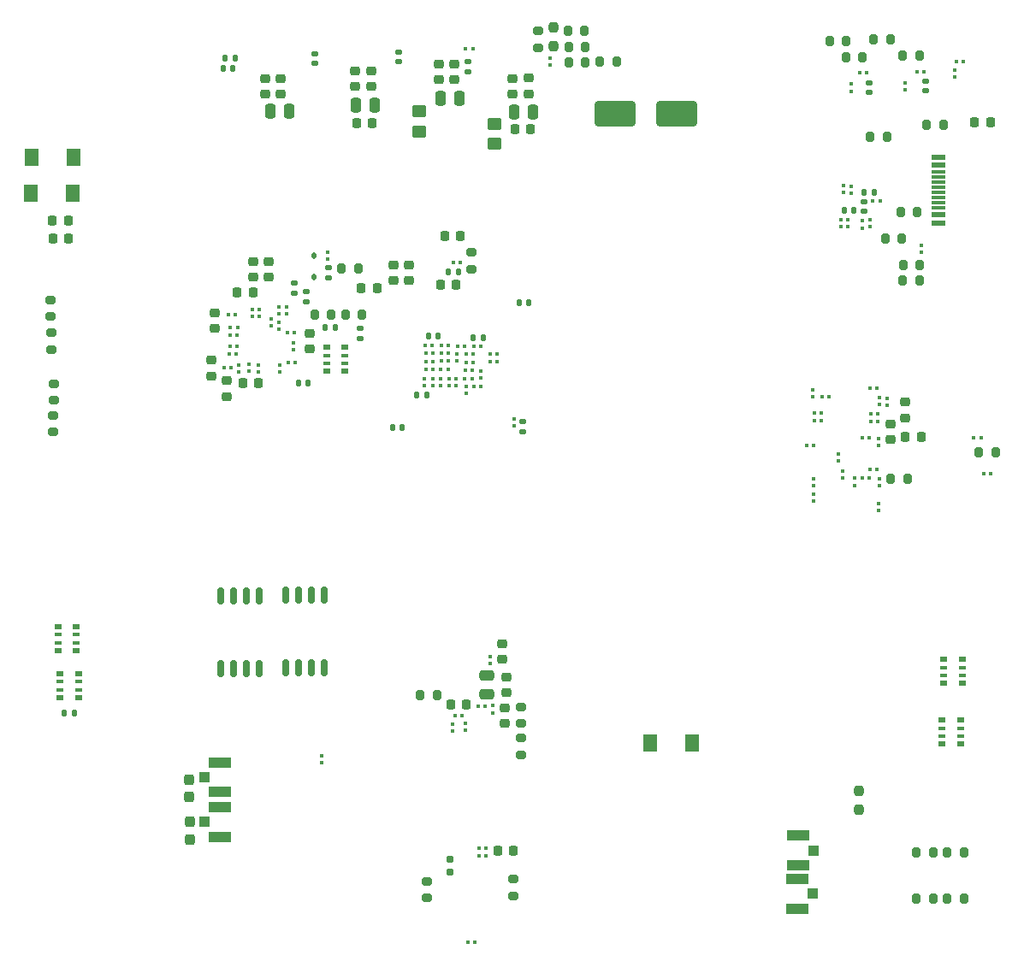
<source format=gbr>
G04 #@! TF.GenerationSoftware,KiCad,Pcbnew,9.0.3-9.0.3-0~ubuntu24.04.1*
G04 #@! TF.CreationDate,2025-07-25T17:12:14+02:00*
G04 #@! TF.ProjectId,acoustic-carrier-board,61636f75-7374-4696-932d-636172726965,rev?*
G04 #@! TF.SameCoordinates,Original*
G04 #@! TF.FileFunction,Paste,Bot*
G04 #@! TF.FilePolarity,Positive*
%FSLAX46Y46*%
G04 Gerber Fmt 4.6, Leading zero omitted, Abs format (unit mm)*
G04 Created by KiCad (PCBNEW 9.0.3-9.0.3-0~ubuntu24.04.1) date 2025-07-25 17:12:14*
%MOMM*%
%LPD*%
G01*
G04 APERTURE LIST*
G04 Aperture macros list*
%AMRoundRect*
0 Rectangle with rounded corners*
0 $1 Rounding radius*
0 $2 $3 $4 $5 $6 $7 $8 $9 X,Y pos of 4 corners*
0 Add a 4 corners polygon primitive as box body*
4,1,4,$2,$3,$4,$5,$6,$7,$8,$9,$2,$3,0*
0 Add four circle primitives for the rounded corners*
1,1,$1+$1,$2,$3*
1,1,$1+$1,$4,$5*
1,1,$1+$1,$6,$7*
1,1,$1+$1,$8,$9*
0 Add four rect primitives between the rounded corners*
20,1,$1+$1,$2,$3,$4,$5,0*
20,1,$1+$1,$4,$5,$6,$7,0*
20,1,$1+$1,$6,$7,$8,$9,0*
20,1,$1+$1,$8,$9,$2,$3,0*%
G04 Aperture macros list end*
%ADD10R,1.350000X1.800000*%
%ADD11RoundRect,0.079500X-0.100500X0.079500X-0.100500X-0.079500X0.100500X-0.079500X0.100500X0.079500X0*%
%ADD12RoundRect,0.250000X-0.250000X-0.475000X0.250000X-0.475000X0.250000X0.475000X-0.250000X0.475000X0*%
%ADD13RoundRect,0.225000X0.250000X-0.225000X0.250000X0.225000X-0.250000X0.225000X-0.250000X-0.225000X0*%
%ADD14RoundRect,0.079500X0.079500X0.100500X-0.079500X0.100500X-0.079500X-0.100500X0.079500X-0.100500X0*%
%ADD15RoundRect,0.200000X-0.275000X0.200000X-0.275000X-0.200000X0.275000X-0.200000X0.275000X0.200000X0*%
%ADD16RoundRect,0.079500X-0.079500X-0.100500X0.079500X-0.100500X0.079500X0.100500X-0.079500X0.100500X0*%
%ADD17RoundRect,0.225000X-0.225000X-0.250000X0.225000X-0.250000X0.225000X0.250000X-0.225000X0.250000X0*%
%ADD18RoundRect,0.218750X0.256250X-0.218750X0.256250X0.218750X-0.256250X0.218750X-0.256250X-0.218750X0*%
%ADD19RoundRect,0.218750X-0.218750X-0.256250X0.218750X-0.256250X0.218750X0.256250X-0.218750X0.256250X0*%
%ADD20RoundRect,0.237500X0.237500X-0.250000X0.237500X0.250000X-0.237500X0.250000X-0.237500X-0.250000X0*%
%ADD21RoundRect,0.079500X0.100500X-0.079500X0.100500X0.079500X-0.100500X0.079500X-0.100500X-0.079500X0*%
%ADD22RoundRect,0.200000X0.200000X0.275000X-0.200000X0.275000X-0.200000X-0.275000X0.200000X-0.275000X0*%
%ADD23RoundRect,0.218750X-0.256250X0.218750X-0.256250X-0.218750X0.256250X-0.218750X0.256250X0.218750X0*%
%ADD24R,1.450000X0.600000*%
%ADD25R,1.450000X0.300000*%
%ADD26RoundRect,0.140000X0.170000X-0.140000X0.170000X0.140000X-0.170000X0.140000X-0.170000X-0.140000X0*%
%ADD27RoundRect,0.225000X-0.250000X0.225000X-0.250000X-0.225000X0.250000X-0.225000X0.250000X0.225000X0*%
%ADD28RoundRect,0.200000X-0.200000X-0.275000X0.200000X-0.275000X0.200000X0.275000X-0.200000X0.275000X0*%
%ADD29RoundRect,0.135000X0.185000X-0.135000X0.185000X0.135000X-0.185000X0.135000X-0.185000X-0.135000X0*%
%ADD30RoundRect,0.237500X0.237500X-0.300000X0.237500X0.300000X-0.237500X0.300000X-0.237500X-0.300000X0*%
%ADD31R,0.800000X0.500000*%
%ADD32R,0.800000X0.400000*%
%ADD33RoundRect,0.135000X-0.135000X-0.185000X0.135000X-0.185000X0.135000X0.185000X-0.135000X0.185000X0*%
%ADD34RoundRect,0.112500X0.112500X-0.187500X0.112500X0.187500X-0.112500X0.187500X-0.112500X-0.187500X0*%
%ADD35RoundRect,0.160000X0.160000X-0.197500X0.160000X0.197500X-0.160000X0.197500X-0.160000X-0.197500X0*%
%ADD36RoundRect,0.200000X0.275000X-0.200000X0.275000X0.200000X-0.275000X0.200000X-0.275000X-0.200000X0*%
%ADD37RoundRect,0.140000X-0.170000X0.140000X-0.170000X-0.140000X0.170000X-0.140000X0.170000X0.140000X0*%
%ADD38RoundRect,0.225000X0.225000X0.250000X-0.225000X0.250000X-0.225000X-0.250000X0.225000X-0.250000X0*%
%ADD39RoundRect,0.250000X-1.750000X-1.000000X1.750000X-1.000000X1.750000X1.000000X-1.750000X1.000000X0*%
%ADD40RoundRect,0.140000X-0.140000X-0.170000X0.140000X-0.170000X0.140000X0.170000X-0.140000X0.170000X0*%
%ADD41RoundRect,0.140000X0.140000X0.170000X-0.140000X0.170000X-0.140000X-0.170000X0.140000X-0.170000X0*%
%ADD42RoundRect,0.250000X-0.450000X0.350000X-0.450000X-0.350000X0.450000X-0.350000X0.450000X0.350000X0*%
%ADD43RoundRect,0.162500X-0.162500X0.650000X-0.162500X-0.650000X0.162500X-0.650000X0.162500X0.650000X0*%
%ADD44R,1.050000X1.000000*%
%ADD45R,2.200000X1.050000*%
%ADD46RoundRect,0.250000X0.475000X-0.250000X0.475000X0.250000X-0.475000X0.250000X-0.475000X-0.250000X0*%
%ADD47RoundRect,0.135000X0.135000X0.185000X-0.135000X0.185000X-0.135000X-0.185000X0.135000X-0.185000X0*%
%ADD48RoundRect,0.135000X-0.185000X0.135000X-0.185000X-0.135000X0.185000X-0.135000X0.185000X0.135000X0*%
G04 APERTURE END LIST*
D10*
X108445000Y-125180000D03*
X112595000Y-125180000D03*
D11*
X70960000Y-83125000D03*
X70960000Y-83815000D03*
D12*
X70805000Y-62595000D03*
X72705000Y-62595000D03*
D13*
X79255000Y-60140000D03*
X79255000Y-58590000D03*
D14*
X86945000Y-86570000D03*
X86255000Y-86570000D03*
D10*
X51325000Y-70720000D03*
X47175000Y-70720000D03*
D15*
X49370000Y-92675000D03*
X49370000Y-94325000D03*
D16*
X87745000Y-86560000D03*
X88435000Y-86560000D03*
D17*
X93367500Y-135780000D03*
X94917500Y-135780000D03*
D11*
X72460000Y-81985000D03*
X72460000Y-82675000D03*
D13*
X96400000Y-60855000D03*
X96400000Y-59305000D03*
D14*
X130137250Y-98907750D03*
X129447250Y-98907750D03*
D16*
X87725000Y-88180000D03*
X88415000Y-88180000D03*
D14*
X130982250Y-92507750D03*
X130292250Y-92507750D03*
D18*
X69140000Y-79037500D03*
X69140000Y-77462500D03*
D19*
X140542500Y-63680000D03*
X142117500Y-63680000D03*
D20*
X129060000Y-131712500D03*
X129060000Y-129887500D03*
D16*
X87735000Y-85770000D03*
X88425000Y-85770000D03*
D14*
X73235000Y-84470000D03*
X72545000Y-84470000D03*
D11*
X88860000Y-123235000D03*
X88860000Y-123925000D03*
X128290000Y-70005000D03*
X128290000Y-70695000D03*
D14*
X89635000Y-77520000D03*
X88945000Y-77520000D03*
D21*
X128292500Y-60582500D03*
X128292500Y-59892500D03*
D11*
X71710000Y-83455000D03*
X71710000Y-84145000D03*
D22*
X135085000Y-79370000D03*
X133435000Y-79370000D03*
D21*
X135260000Y-76535000D03*
X135260000Y-75845000D03*
D23*
X94185000Y-118582500D03*
X94185000Y-120157500D03*
D24*
X136985000Y-67120000D03*
X136985000Y-67920000D03*
D25*
X136985000Y-69120000D03*
X136985000Y-70120000D03*
X136985000Y-70620000D03*
X136985000Y-71620000D03*
D24*
X136985000Y-72820000D03*
X136985000Y-73620000D03*
X136985000Y-73620000D03*
X136985000Y-72820000D03*
D25*
X136985000Y-72120000D03*
X136985000Y-71120000D03*
X136985000Y-69620000D03*
X136985000Y-68620000D03*
D24*
X136985000Y-67920000D03*
X136985000Y-67120000D03*
D26*
X135680000Y-60580000D03*
X135680000Y-59620000D03*
D27*
X132192250Y-93532750D03*
X132192250Y-95082750D03*
D14*
X93295000Y-86610000D03*
X92605000Y-86610000D03*
D17*
X88710000Y-121370000D03*
X90260000Y-121370000D03*
D21*
X68742500Y-88330000D03*
X68742500Y-87640000D03*
X131092250Y-99632750D03*
X131092250Y-98942750D03*
D14*
X125377250Y-92497750D03*
X124687250Y-92497750D03*
D21*
X71810000Y-88425000D03*
X71810000Y-87735000D03*
X131092250Y-91642750D03*
X131092250Y-90952750D03*
D27*
X70660000Y-77465000D03*
X70660000Y-79015000D03*
D28*
X100365002Y-56179999D03*
X102015002Y-56179999D03*
D29*
X79730000Y-85130000D03*
X79730000Y-84110000D03*
D15*
X95660000Y-121575000D03*
X95660000Y-123225000D03*
D22*
X134855000Y-72530000D03*
X133205000Y-72530000D03*
D29*
X73240000Y-80630000D03*
X73240000Y-79610000D03*
D21*
X92860000Y-122145000D03*
X92860000Y-121455000D03*
D16*
X87735000Y-87310000D03*
X88425000Y-87310000D03*
D30*
X62810000Y-130472500D03*
X62810000Y-128747500D03*
D26*
X130092500Y-60747500D03*
X130092500Y-59787500D03*
D31*
X137510000Y-119250000D03*
D32*
X137510000Y-118450000D03*
X137510000Y-117650000D03*
D31*
X137510000Y-116850000D03*
X139310000Y-116850000D03*
D32*
X139310000Y-117650000D03*
X139310000Y-118450000D03*
D31*
X139310000Y-119250000D03*
D21*
X67730000Y-88395000D03*
X67730000Y-87705000D03*
D33*
X50470000Y-122140000D03*
X51490000Y-122140000D03*
D34*
X75160000Y-78960000D03*
X75160000Y-76860000D03*
D31*
X51650000Y-113620000D03*
D32*
X51650000Y-114420000D03*
X51650000Y-115220000D03*
D31*
X51650000Y-116020000D03*
X49850000Y-116020000D03*
D32*
X49850000Y-115220000D03*
X49850000Y-114420000D03*
D31*
X49850000Y-113620000D03*
D19*
X133674750Y-94787750D03*
X135249750Y-94787750D03*
D35*
X88600000Y-137887500D03*
X88600000Y-136692500D03*
D13*
X83010000Y-79335000D03*
X83010000Y-77785000D03*
D36*
X90745000Y-78195000D03*
X90745000Y-76545000D03*
D11*
X94930000Y-93075000D03*
X94930000Y-93765000D03*
D21*
X127310000Y-74033000D03*
X127310000Y-73343000D03*
D16*
X66875000Y-84780000D03*
X67565000Y-84780000D03*
D37*
X75255000Y-56905000D03*
X75255000Y-57865000D03*
D16*
X66797500Y-86585000D03*
X67487500Y-86585000D03*
D22*
X79545000Y-78150000D03*
X77895000Y-78150000D03*
X139480000Y-135960000D03*
X137830000Y-135960000D03*
D13*
X65342500Y-84060000D03*
X65342500Y-82510000D03*
D14*
X86905000Y-87410000D03*
X86215000Y-87410000D03*
D22*
X139480000Y-140510000D03*
X137830000Y-140510000D03*
D38*
X81400000Y-80130000D03*
X79850000Y-80130000D03*
D39*
X104987500Y-62850000D03*
X111087500Y-62850000D03*
D21*
X86890000Y-89790000D03*
X86890000Y-89100000D03*
X131902250Y-91682750D03*
X131902250Y-90992750D03*
X91660000Y-89015000D03*
X91660000Y-88325000D03*
D22*
X137445000Y-63920000D03*
X135795000Y-63920000D03*
D37*
X95780000Y-93340000D03*
X95780000Y-94300000D03*
D14*
X90885000Y-87450000D03*
X90195000Y-87450000D03*
D21*
X92630000Y-117245000D03*
X92630000Y-116555000D03*
D11*
X73142500Y-85485000D03*
X73142500Y-86175000D03*
X71730000Y-81985000D03*
X71730000Y-82675000D03*
D14*
X73287500Y-87485000D03*
X72597500Y-87485000D03*
D40*
X90930000Y-85000000D03*
X91890000Y-85000000D03*
D41*
X86310000Y-90700000D03*
X85350000Y-90700000D03*
D28*
X133485000Y-77810000D03*
X135135000Y-77810000D03*
D31*
X78230000Y-85950000D03*
D32*
X78230000Y-86750000D03*
X78230000Y-87550000D03*
D31*
X78230000Y-88350000D03*
X76430000Y-88350000D03*
D32*
X76430000Y-87550000D03*
X76430000Y-86750000D03*
D31*
X76430000Y-85950000D03*
D14*
X124602250Y-95707750D03*
X123912250Y-95707750D03*
X90870000Y-56350000D03*
X90180000Y-56350000D03*
D16*
X91415000Y-121470000D03*
X92105000Y-121470000D03*
D22*
X136430000Y-135960000D03*
X134780000Y-135960000D03*
D41*
X87430000Y-84870000D03*
X86470000Y-84870000D03*
D42*
X93040000Y-63820000D03*
X93040000Y-65820000D03*
D13*
X87505000Y-59440000D03*
X87505000Y-57890000D03*
D14*
X86885000Y-85750000D03*
X86195000Y-85750000D03*
X92212500Y-135580000D03*
X91522500Y-135580000D03*
D41*
X128610000Y-72420000D03*
X127650000Y-72420000D03*
D11*
X89320000Y-86615000D03*
X89320000Y-87305000D03*
D36*
X49150000Y-86155000D03*
X49150000Y-84505000D03*
D11*
X90160000Y-123210000D03*
X90160000Y-123900000D03*
D21*
X124592250Y-101172750D03*
X124592250Y-100482750D03*
D43*
X65940000Y-110582500D03*
X67210000Y-110582500D03*
X68480000Y-110582500D03*
X69750000Y-110582500D03*
X69750000Y-117757500D03*
X68480000Y-117757500D03*
X67210000Y-117757500D03*
X65940000Y-117757500D03*
D44*
X124580000Y-135780160D03*
D45*
X123055000Y-137255160D03*
X123055000Y-134305160D03*
D44*
X64317500Y-128520000D03*
D45*
X65842500Y-127045000D03*
X65842500Y-129995000D03*
D41*
X67150000Y-58360000D03*
X66190000Y-58360000D03*
D22*
X133335000Y-75188000D03*
X131685000Y-75188000D03*
D19*
X49252500Y-73410000D03*
X50827500Y-73410000D03*
D27*
X74700000Y-84575000D03*
X74700000Y-86125000D03*
X94060000Y-121650000D03*
X94060000Y-123200000D03*
D16*
X125457250Y-90847750D03*
X126147250Y-90847750D03*
D14*
X131175000Y-71460000D03*
X130485000Y-71460000D03*
X125347250Y-93257750D03*
X124657250Y-93257750D03*
D11*
X90200000Y-89835000D03*
X90200000Y-90525000D03*
D14*
X90895000Y-86650000D03*
X90205000Y-86650000D03*
D12*
X94955000Y-62615000D03*
X96855000Y-62615000D03*
D11*
X131012250Y-101392750D03*
X131012250Y-102082750D03*
D16*
X90955000Y-89800000D03*
X91645000Y-89800000D03*
D21*
X88510000Y-89755000D03*
X88510000Y-89065000D03*
D46*
X92285000Y-120320000D03*
X92285000Y-118420000D03*
D11*
X69742500Y-82240000D03*
X69742500Y-82930000D03*
D28*
X130545000Y-55490000D03*
X132195000Y-55490000D03*
X132237250Y-98987750D03*
X133887250Y-98987750D03*
D21*
X69642500Y-88410000D03*
X69642500Y-87720000D03*
D31*
X51850000Y-118260000D03*
D32*
X51850000Y-119060000D03*
X51850000Y-119860000D03*
D31*
X51850000Y-120660000D03*
X50050000Y-120660000D03*
D32*
X50050000Y-119860000D03*
X50050000Y-119060000D03*
D31*
X50050000Y-118260000D03*
D14*
X90045000Y-85850000D03*
X89355000Y-85850000D03*
D15*
X95660000Y-124635000D03*
X95660000Y-126285000D03*
D47*
X67380000Y-57360000D03*
X66360000Y-57360000D03*
D23*
X64990000Y-87230000D03*
X64990000Y-88805000D03*
D28*
X140950000Y-96350000D03*
X142600000Y-96350000D03*
D11*
X124562250Y-90152750D03*
X124562250Y-90842750D03*
D30*
X62860000Y-134672500D03*
X62860000Y-132947500D03*
D28*
X134805000Y-140510000D03*
X136455000Y-140510000D03*
D13*
X84590000Y-79335000D03*
X84590000Y-77785000D03*
D47*
X77310000Y-84020000D03*
X76290000Y-84020000D03*
D15*
X86330000Y-138825000D03*
X86330000Y-140475000D03*
D21*
X138567500Y-59157500D03*
X138567500Y-58467500D03*
D16*
X89140000Y-122470000D03*
X89830000Y-122470000D03*
D20*
X98840000Y-56100000D03*
X98840000Y-54275000D03*
D11*
X69042500Y-82240000D03*
X69042500Y-82930000D03*
D10*
X51330000Y-67180000D03*
X47180000Y-67180000D03*
D42*
X85580000Y-62600000D03*
X85580000Y-64600000D03*
D14*
X92192500Y-136280000D03*
X91502500Y-136280000D03*
D28*
X78265000Y-82700000D03*
X79915000Y-82700000D03*
D13*
X94820000Y-60885000D03*
X94820000Y-59335000D03*
D21*
X124592250Y-99672750D03*
X124592250Y-98982750D03*
D14*
X129837500Y-58767500D03*
X129147500Y-58767500D03*
D21*
X128010000Y-74013000D03*
X128010000Y-73323000D03*
D14*
X142120000Y-98450000D03*
X141430000Y-98450000D03*
X86920000Y-88160000D03*
X86230000Y-88160000D03*
D18*
X66550000Y-90827500D03*
X66550000Y-89252500D03*
D15*
X49410000Y-89565000D03*
X49410000Y-91215000D03*
D28*
X100365002Y-57779999D03*
X102015002Y-57779999D03*
D16*
X66842500Y-85885000D03*
X67532500Y-85885000D03*
D14*
X135525000Y-58700000D03*
X134835000Y-58700000D03*
D41*
X89440000Y-78470000D03*
X88480000Y-78470000D03*
D19*
X49302500Y-75160000D03*
X50877500Y-75160000D03*
D36*
X49110000Y-82915000D03*
X49110000Y-81265000D03*
D14*
X90785000Y-89050000D03*
X90095000Y-89050000D03*
D38*
X69107500Y-80485000D03*
X67557500Y-80485000D03*
D16*
X90955000Y-85870000D03*
X91645000Y-85870000D03*
D13*
X70355000Y-60870000D03*
X70355000Y-59320000D03*
X89005000Y-59440000D03*
X89005000Y-57890000D03*
D16*
X129447250Y-94907750D03*
X130137250Y-94907750D03*
D41*
X130590000Y-70608000D03*
X129630000Y-70608000D03*
D37*
X83567500Y-56735000D03*
X83567500Y-57695000D03*
D48*
X76630000Y-78100000D03*
X76630000Y-79120000D03*
D13*
X80855000Y-60140000D03*
X80855000Y-58590000D03*
D21*
X86100000Y-89755000D03*
X86100000Y-89065000D03*
D22*
X131855000Y-65120000D03*
X130205000Y-65120000D03*
D26*
X129610000Y-72468000D03*
X129610000Y-71508000D03*
D14*
X139412500Y-57687500D03*
X138722500Y-57687500D03*
D16*
X66697500Y-82685000D03*
X67387500Y-82685000D03*
D28*
X103445000Y-57660000D03*
X105095000Y-57660000D03*
D12*
X87655000Y-61265000D03*
X89555000Y-61265000D03*
D28*
X127805000Y-57210000D03*
X129455000Y-57210000D03*
D43*
X72380000Y-110512500D03*
X73650000Y-110512500D03*
X74920000Y-110512500D03*
X76190000Y-110512500D03*
X76190000Y-117687500D03*
X74920000Y-117687500D03*
X73650000Y-117687500D03*
X72380000Y-117687500D03*
D41*
X96420000Y-81570000D03*
X95460000Y-81570000D03*
D11*
X75935000Y-126410000D03*
X75935000Y-127100000D03*
D28*
X75235000Y-82730000D03*
X76885000Y-82730000D03*
D17*
X95045000Y-64370000D03*
X96595000Y-64370000D03*
D21*
X133655000Y-60445000D03*
X133655000Y-59755000D03*
D13*
X93785000Y-116845000D03*
X93785000Y-115295000D03*
D21*
X131052250Y-95652750D03*
X131052250Y-94962750D03*
D14*
X90795000Y-88260000D03*
X90105000Y-88260000D03*
D16*
X66297500Y-87985000D03*
X66987500Y-87985000D03*
D28*
X133430000Y-57100000D03*
X135080000Y-57100000D03*
D21*
X87700000Y-89745000D03*
X87700000Y-89055000D03*
D28*
X126205000Y-55660000D03*
X127855000Y-55660000D03*
D41*
X74580000Y-89500000D03*
X73620000Y-89500000D03*
D21*
X89250000Y-89750000D03*
X89250000Y-89060000D03*
D11*
X127522250Y-98212750D03*
X127522250Y-98902750D03*
D16*
X130217250Y-98087750D03*
X130907250Y-98087750D03*
X66895000Y-84030000D03*
X67585000Y-84030000D03*
D22*
X101930000Y-54620000D03*
X100280000Y-54620000D03*
D14*
X130937250Y-93307750D03*
X130247250Y-93307750D03*
D13*
X71855000Y-60870000D03*
X71855000Y-59320000D03*
D11*
X98490002Y-57314999D03*
X98490002Y-58004999D03*
D21*
X129410000Y-74133000D03*
X129410000Y-73443000D03*
X127032250Y-97237750D03*
X127032250Y-96547750D03*
D19*
X88075000Y-74910000D03*
X89650000Y-74910000D03*
D41*
X83920000Y-93860000D03*
X82960000Y-93860000D03*
D44*
X124530000Y-140080160D03*
D45*
X123005000Y-141555160D03*
X123005000Y-138605160D03*
D28*
X85665000Y-120430000D03*
X87315000Y-120430000D03*
D44*
X64305000Y-132960000D03*
D45*
X65830000Y-131485000D03*
X65830000Y-134435000D03*
D14*
X91115000Y-144860000D03*
X90425000Y-144860000D03*
D31*
X137330000Y-125260000D03*
D32*
X137330000Y-124460000D03*
X137330000Y-123660000D03*
D31*
X137330000Y-122860000D03*
X139130000Y-122860000D03*
D32*
X139130000Y-123660000D03*
X139130000Y-124460000D03*
D31*
X139130000Y-125260000D03*
D16*
X140470000Y-94920000D03*
X141160000Y-94920000D03*
D11*
X127530000Y-69935000D03*
X127530000Y-70625000D03*
D17*
X68095000Y-89500000D03*
X69645000Y-89500000D03*
D13*
X133702250Y-92932750D03*
X133702250Y-91382750D03*
D21*
X130210000Y-74013000D03*
X130210000Y-73323000D03*
X76530000Y-77255000D03*
X76530000Y-76565000D03*
X128702250Y-99622750D03*
X128702250Y-98932750D03*
D38*
X89205000Y-79800000D03*
X87655000Y-79800000D03*
D15*
X94910000Y-138605000D03*
X94910000Y-140255000D03*
D17*
X79355000Y-63720000D03*
X80905000Y-63720000D03*
D15*
X97310000Y-54625000D03*
X97310000Y-56275000D03*
D29*
X74380000Y-81470000D03*
X74380000Y-80450000D03*
D16*
X130217250Y-90027750D03*
X130907250Y-90027750D03*
D37*
X90430000Y-57685000D03*
X90430000Y-58645000D03*
D12*
X79270000Y-61970000D03*
X81170000Y-61970000D03*
D14*
X93295000Y-87380000D03*
X92605000Y-87380000D03*
M02*

</source>
